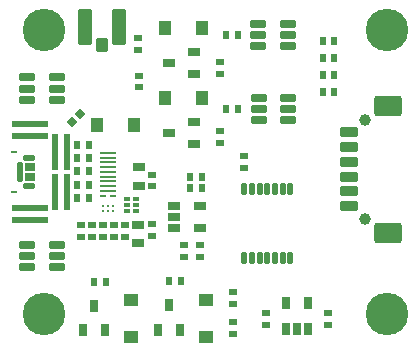
<source format=gts>
G04*
G04 #@! TF.GenerationSoftware,Altium Limited,Altium Designer,21.6.4 (81)*
G04*
G04 Layer_Color=8388736*
%FSLAX25Y25*%
%MOIN*%
G70*
G04*
G04 #@! TF.SameCoordinates,C4C27F94-8D06-4CED-BA01-644A42B81E3F*
G04*
G04*
G04 #@! TF.FilePolarity,Negative*
G04*
G01*
G75*
%ADD38R,0.02362X0.00787*%
%ADD39C,0.01102*%
G04:AMPARAMS|DCode=40|XSize=13.78mil|YSize=22.44mil|CornerRadius=1.58mil|HoleSize=0mil|Usage=FLASHONLY|Rotation=90.000|XOffset=0mil|YOffset=0mil|HoleType=Round|Shape=RoundedRectangle|*
%AMROUNDEDRECTD40*
21,1,0.01378,0.01929,0,0,90.0*
21,1,0.01063,0.02244,0,0,90.0*
1,1,0.00315,0.00965,0.00532*
1,1,0.00315,0.00965,-0.00532*
1,1,0.00315,-0.00965,-0.00532*
1,1,0.00315,-0.00965,0.00532*
%
%ADD40ROUNDEDRECTD40*%
G04:AMPARAMS|DCode=41|XSize=13.78mil|YSize=21.26mil|CornerRadius=1.58mil|HoleSize=0mil|Usage=FLASHONLY|Rotation=90.000|XOffset=0mil|YOffset=0mil|HoleType=Round|Shape=RoundedRectangle|*
%AMROUNDEDRECTD41*
21,1,0.01378,0.01811,0,0,90.0*
21,1,0.01063,0.02126,0,0,90.0*
1,1,0.00315,0.00906,0.00532*
1,1,0.00315,0.00906,-0.00532*
1,1,0.00315,-0.00906,-0.00532*
1,1,0.00315,-0.00906,0.00532*
%
%ADD41ROUNDEDRECTD41*%
%ADD42R,0.04291X0.03110*%
%ADD43O,0.01968X0.04331*%
%ADD44R,0.03110X0.04291*%
G04:AMPARAMS|DCode=45|XSize=51.58mil|YSize=26.77mil|CornerRadius=4.82mil|HoleSize=0mil|Usage=FLASHONLY|Rotation=180.000|XOffset=0mil|YOffset=0mil|HoleType=Round|Shape=RoundedRectangle|*
%AMROUNDEDRECTD45*
21,1,0.05158,0.01713,0,0,180.0*
21,1,0.04193,0.02677,0,0,180.0*
1,1,0.00965,-0.02097,0.00856*
1,1,0.00965,0.02097,0.00856*
1,1,0.00965,0.02097,-0.00856*
1,1,0.00965,-0.02097,-0.00856*
%
%ADD45ROUNDEDRECTD45*%
%ADD46R,0.02756X0.02362*%
%ADD47R,0.02362X0.02756*%
G04:AMPARAMS|DCode=48|XSize=23.62mil|YSize=27.56mil|CornerRadius=0mil|HoleSize=0mil|Usage=FLASHONLY|Rotation=45.000|XOffset=0mil|YOffset=0mil|HoleType=Round|Shape=Rectangle|*
%AMROTATEDRECTD48*
4,1,4,0.00139,-0.01810,-0.01810,0.00139,-0.00139,0.01810,0.01810,-0.00139,0.00139,-0.01810,0.0*
%
%ADD48ROTATEDRECTD48*%

%ADD49O,0.02402X0.00906*%
%ADD50O,0.05551X0.00906*%
%ADD51R,0.03937X0.03150*%
%ADD52R,0.03150X0.03937*%
G04:AMPARAMS|DCode=53|XSize=43.31mil|YSize=45.28mil|CornerRadius=5.91mil|HoleSize=0mil|Usage=FLASHONLY|Rotation=0.000|XOffset=0mil|YOffset=0mil|HoleType=Round|Shape=RoundedRectangle|*
%AMROUNDEDRECTD53*
21,1,0.04331,0.03347,0,0,0.0*
21,1,0.03150,0.04528,0,0,0.0*
1,1,0.01181,0.01575,-0.01673*
1,1,0.01181,-0.01575,-0.01673*
1,1,0.01181,-0.01575,0.01673*
1,1,0.01181,0.01575,0.01673*
%
%ADD53ROUNDEDRECTD53*%
G04:AMPARAMS|DCode=54|XSize=44.29mil|YSize=122.05mil|CornerRadius=6mil|HoleSize=0mil|Usage=FLASHONLY|Rotation=180.000|XOffset=0mil|YOffset=0mil|HoleType=Round|Shape=RoundedRectangle|*
%AMROUNDEDRECTD54*
21,1,0.04429,0.11004,0,0,180.0*
21,1,0.03228,0.12205,0,0,180.0*
1,1,0.01201,-0.01614,0.05502*
1,1,0.01201,0.01614,0.05502*
1,1,0.01201,0.01614,-0.05502*
1,1,0.01201,-0.01614,-0.05502*
%
%ADD54ROUNDEDRECTD54*%
G04:AMPARAMS|DCode=55|XSize=66.93mil|YSize=90.55mil|CornerRadius=8.27mil|HoleSize=0mil|Usage=FLASHONLY|Rotation=90.000|XOffset=0mil|YOffset=0mil|HoleType=Round|Shape=RoundedRectangle|*
%AMROUNDEDRECTD55*
21,1,0.06693,0.07402,0,0,90.0*
21,1,0.05039,0.09055,0,0,90.0*
1,1,0.01654,0.03701,0.02520*
1,1,0.01654,0.03701,-0.02520*
1,1,0.01654,-0.03701,-0.02520*
1,1,0.01654,-0.03701,0.02520*
%
%ADD55ROUNDEDRECTD55*%
G04:AMPARAMS|DCode=56|XSize=31.5mil|YSize=62.99mil|CornerRadius=4.72mil|HoleSize=0mil|Usage=FLASHONLY|Rotation=90.000|XOffset=0mil|YOffset=0mil|HoleType=Round|Shape=RoundedRectangle|*
%AMROUNDEDRECTD56*
21,1,0.03150,0.05354,0,0,90.0*
21,1,0.02205,0.06299,0,0,90.0*
1,1,0.00945,0.02677,0.01102*
1,1,0.00945,0.02677,-0.01102*
1,1,0.00945,-0.02677,-0.01102*
1,1,0.00945,-0.02677,0.01102*
%
%ADD56ROUNDEDRECTD56*%
%ADD57R,0.04134X0.04528*%
%ADD58R,0.04528X0.04134*%
G04:AMPARAMS|DCode=59|XSize=19.09mil|YSize=41.34mil|CornerRadius=2.35mil|HoleSize=0mil|Usage=FLASHONLY|Rotation=90.000|XOffset=0mil|YOffset=0mil|HoleType=Round|Shape=RoundedRectangle|*
%AMROUNDEDRECTD59*
21,1,0.01909,0.03664,0,0,90.0*
21,1,0.01440,0.04134,0,0,90.0*
1,1,0.00470,0.01832,0.00720*
1,1,0.00470,0.01832,-0.00720*
1,1,0.00470,-0.01832,-0.00720*
1,1,0.00470,-0.01832,0.00720*
%
%ADD59ROUNDEDRECTD59*%
G04:AMPARAMS|DCode=60|XSize=25.98mil|YSize=33.07mil|CornerRadius=2.52mil|HoleSize=0mil|Usage=FLASHONLY|Rotation=90.000|XOffset=0mil|YOffset=0mil|HoleType=Round|Shape=RoundedRectangle|*
%AMROUNDEDRECTD60*
21,1,0.02598,0.02803,0,0,90.0*
21,1,0.02095,0.03307,0,0,90.0*
1,1,0.00504,0.01402,0.01047*
1,1,0.00504,0.01402,-0.01047*
1,1,0.00504,-0.01402,-0.01047*
1,1,0.00504,-0.01402,0.01047*
%
%ADD60ROUNDEDRECTD60*%
G04:AMPARAMS|DCode=61|XSize=64.96mil|YSize=18.7mil|CornerRadius=2.34mil|HoleSize=0mil|Usage=FLASHONLY|Rotation=90.000|XOffset=0mil|YOffset=0mil|HoleType=Round|Shape=RoundedRectangle|*
%AMROUNDEDRECTD61*
21,1,0.06496,0.01403,0,0,90.0*
21,1,0.06029,0.01870,0,0,90.0*
1,1,0.00468,0.00701,0.03014*
1,1,0.00468,0.00701,-0.03014*
1,1,0.00468,-0.00701,-0.03014*
1,1,0.00468,-0.00701,0.03014*
%
%ADD61ROUNDEDRECTD61*%
%ADD62R,0.03937X0.02756*%
%ADD63C,0.03937*%
%ADD64C,0.14173*%
D38*
X1505Y65694D02*
D03*
X1505Y52505D02*
D03*
D39*
X31497Y46166D02*
D03*
X33072D02*
D03*
X34647D02*
D03*
X31497Y47741D02*
D03*
X33072D02*
D03*
X34647D02*
D03*
D40*
X42324Y46166D02*
D03*
D41*
X42363Y48135D02*
D03*
Y50103D02*
D03*
X39410Y48135D02*
D03*
Y50103D02*
D03*
Y46166D02*
D03*
D42*
X63584Y47938D02*
D03*
Y40458D02*
D03*
X54922Y47938D02*
D03*
Y44198D02*
D03*
Y40458D02*
D03*
D43*
X93800Y30320D02*
D03*
X91241D02*
D03*
X88682D02*
D03*
X86123D02*
D03*
X83564D02*
D03*
X81005D02*
D03*
X78446D02*
D03*
Y53548D02*
D03*
X81005D02*
D03*
X83564D02*
D03*
X86123D02*
D03*
X88682D02*
D03*
X91241D02*
D03*
X93800D02*
D03*
D44*
X92324Y15359D02*
D03*
X99804D02*
D03*
X92324Y6698D02*
D03*
X96064D02*
D03*
X99804D02*
D03*
D45*
X92934Y101088D02*
D03*
Y104828D02*
D03*
Y108568D02*
D03*
X83052Y101088D02*
D03*
Y104828D02*
D03*
Y108568D02*
D03*
X93131Y76383D02*
D03*
Y80123D02*
D03*
Y83863D02*
D03*
X83249Y76383D02*
D03*
Y80123D02*
D03*
Y83863D02*
D03*
X15867Y83174D02*
D03*
Y86914D02*
D03*
Y90655D02*
D03*
X5985Y83174D02*
D03*
Y86914D02*
D03*
Y90655D02*
D03*
X6084Y34946D02*
D03*
Y31206D02*
D03*
Y27466D02*
D03*
X15966Y34946D02*
D03*
Y31206D02*
D03*
Y27466D02*
D03*
D46*
X63584Y30911D02*
D03*
Y34848D02*
D03*
X58269Y34749D02*
D03*
Y30812D02*
D03*
X47540Y58273D02*
D03*
Y54336D02*
D03*
Y37800D02*
D03*
Y41737D02*
D03*
X70473Y95674D02*
D03*
Y91737D02*
D03*
X43111Y99808D02*
D03*
Y103745D02*
D03*
X70473Y72840D02*
D03*
Y68903D02*
D03*
X43210Y87308D02*
D03*
Y91245D02*
D03*
X74607Y5221D02*
D03*
Y9159D02*
D03*
Y19099D02*
D03*
Y15162D02*
D03*
X34942Y41442D02*
D03*
Y37505D02*
D03*
X31300Y41442D02*
D03*
Y37505D02*
D03*
X38584D02*
D03*
Y41442D02*
D03*
X27659Y37505D02*
D03*
Y41442D02*
D03*
X24115Y37505D02*
D03*
Y41442D02*
D03*
X78446Y60536D02*
D03*
Y64473D02*
D03*
X85828Y8174D02*
D03*
Y12111D02*
D03*
X106202Y12210D02*
D03*
Y8273D02*
D03*
X9351Y71084D02*
D03*
Y75021D02*
D03*
X11714Y71084D02*
D03*
Y75021D02*
D03*
X6989Y71084D02*
D03*
Y75021D02*
D03*
X2265Y71068D02*
D03*
Y75005D02*
D03*
X4627Y71084D02*
D03*
Y75021D02*
D03*
X4626Y47151D02*
D03*
Y43214D02*
D03*
X2264Y47151D02*
D03*
Y43214D02*
D03*
X6989Y47151D02*
D03*
Y43214D02*
D03*
X9351Y47151D02*
D03*
Y43214D02*
D03*
X11714Y47151D02*
D03*
Y43214D02*
D03*
D47*
X26592Y54852D02*
D03*
X22655D02*
D03*
X26576Y50399D02*
D03*
X22639D02*
D03*
X26592Y59306D02*
D03*
X22655D02*
D03*
X26576Y68214D02*
D03*
X22639D02*
D03*
X26592Y63760D02*
D03*
X22655D02*
D03*
X53249Y22741D02*
D03*
X57186D02*
D03*
X28249Y22446D02*
D03*
X32186D02*
D03*
X108466Y91376D02*
D03*
X104528D02*
D03*
X108466Y102859D02*
D03*
X104528D02*
D03*
X108466Y85635D02*
D03*
X104528D02*
D03*
X108466Y97118D02*
D03*
X104528D02*
D03*
X64174Y57387D02*
D03*
X60237D02*
D03*
Y53647D02*
D03*
X64174D02*
D03*
X76379Y104828D02*
D03*
X72442D02*
D03*
X76280Y80221D02*
D03*
X72343D02*
D03*
X15257Y61029D02*
D03*
X19194D02*
D03*
X15257Y63391D02*
D03*
X19194D02*
D03*
X15257Y70477D02*
D03*
X19194D02*
D03*
X15257Y65753D02*
D03*
X19194D02*
D03*
X15257Y68115D02*
D03*
X19194D02*
D03*
X15257Y52564D02*
D03*
X19194D02*
D03*
X15257Y47840D02*
D03*
X19194D02*
D03*
X15257Y50203D02*
D03*
X19194D02*
D03*
X15257Y54926D02*
D03*
X19194D02*
D03*
X15257Y57288D02*
D03*
X19194D02*
D03*
D48*
X20951Y75675D02*
D03*
X23734Y78459D02*
D03*
D49*
X31395Y51284D02*
D03*
X34552D02*
D03*
D50*
X32973Y62308D02*
D03*
Y60733D02*
D03*
Y59158D02*
D03*
Y57584D02*
D03*
Y56009D02*
D03*
Y54434D02*
D03*
Y52859D02*
D03*
Y63883D02*
D03*
Y65458D02*
D03*
D51*
X53446Y95477D02*
D03*
X61714Y99218D02*
D03*
Y91737D02*
D03*
X53347Y72151D02*
D03*
X61615Y75891D02*
D03*
Y68410D02*
D03*
D52*
X53347Y14670D02*
D03*
X57088Y6403D02*
D03*
X49607D02*
D03*
X28347Y14572D02*
D03*
X32088Y6304D02*
D03*
X24607D02*
D03*
D53*
X31005Y101383D02*
D03*
D54*
X36812Y107387D02*
D03*
X25198D02*
D03*
D55*
X126181Y81201D02*
D03*
Y38878D02*
D03*
D56*
X113484Y72342D02*
D03*
Y67421D02*
D03*
Y62500D02*
D03*
Y57579D02*
D03*
Y52658D02*
D03*
Y47736D02*
D03*
D57*
X64273Y106993D02*
D03*
X51969D02*
D03*
X64174Y83765D02*
D03*
X51871D02*
D03*
X29233Y74906D02*
D03*
X41536D02*
D03*
D58*
X65552Y4139D02*
D03*
Y16442D02*
D03*
X40700Y3991D02*
D03*
Y16294D02*
D03*
D59*
X6674Y54306D02*
D03*
Y63895D02*
D03*
D60*
X7088Y57387D02*
D03*
Y60812D02*
D03*
D61*
X3712Y59099D02*
D03*
D62*
X43170Y60674D02*
D03*
Y54532D02*
D03*
X43111Y41462D02*
D03*
Y35320D02*
D03*
D63*
X118701Y76476D02*
D03*
Y43602D02*
D03*
D64*
X125984Y106299D02*
D03*
Y11811D02*
D03*
X11811D02*
D03*
Y106299D02*
D03*
M02*

</source>
